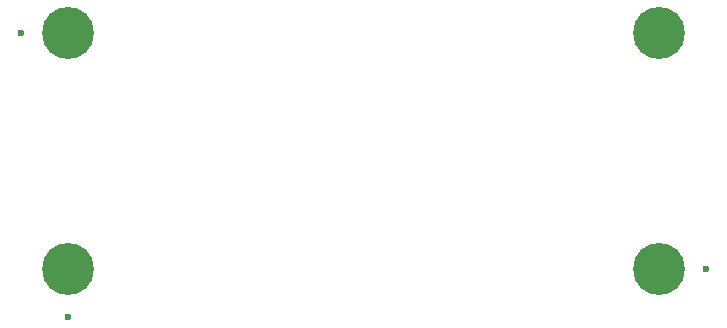
<source format=gbl>
G04 Gerber file generated by Gerbonara*
%TF.GenerationSoftware,KiCad,Pcbnew,8.0.2-1*%
%TF.CreationDate,2024-12-23T20:39:15+00:00*%
%TF.ProjectId,jacdac-slider-MH-0.1,6a616364-6163-42d7-936c-696465722d4d,v0.1*%
%TF.SameCoordinates,PX8d24d00PY36d6160*%
%TF.FileFunction,Copper,L4,Bot*%
%TF.FilePolarity,Positive*%
%MOMM*%
%FSLAX45Y45*%
%IPPOS*%
G75
%LPD*%
%ADD10C,4.4*%
%ADD11C,0.6*%
D10*
X002500000Y-004000000D03*
X002500000Y-006000000D03*
X-002500000Y-004000000D03*
X-002500080Y-006000080D03*
D11*
X-002900000Y-004000000D03*
X002900000Y-006000000D03*
X-002500000Y-006400000D03*
M02*
</source>
